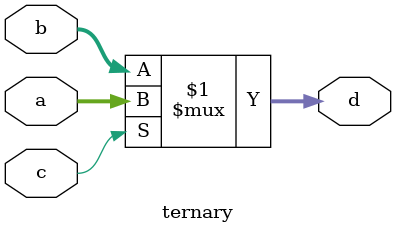
<source format=sv>
module ternary (
    input [3:0] a,
    input [3:0] b,
    input c,
    output [3:0] d);

    assign
      d = c ? a : b;

endmodule

</source>
